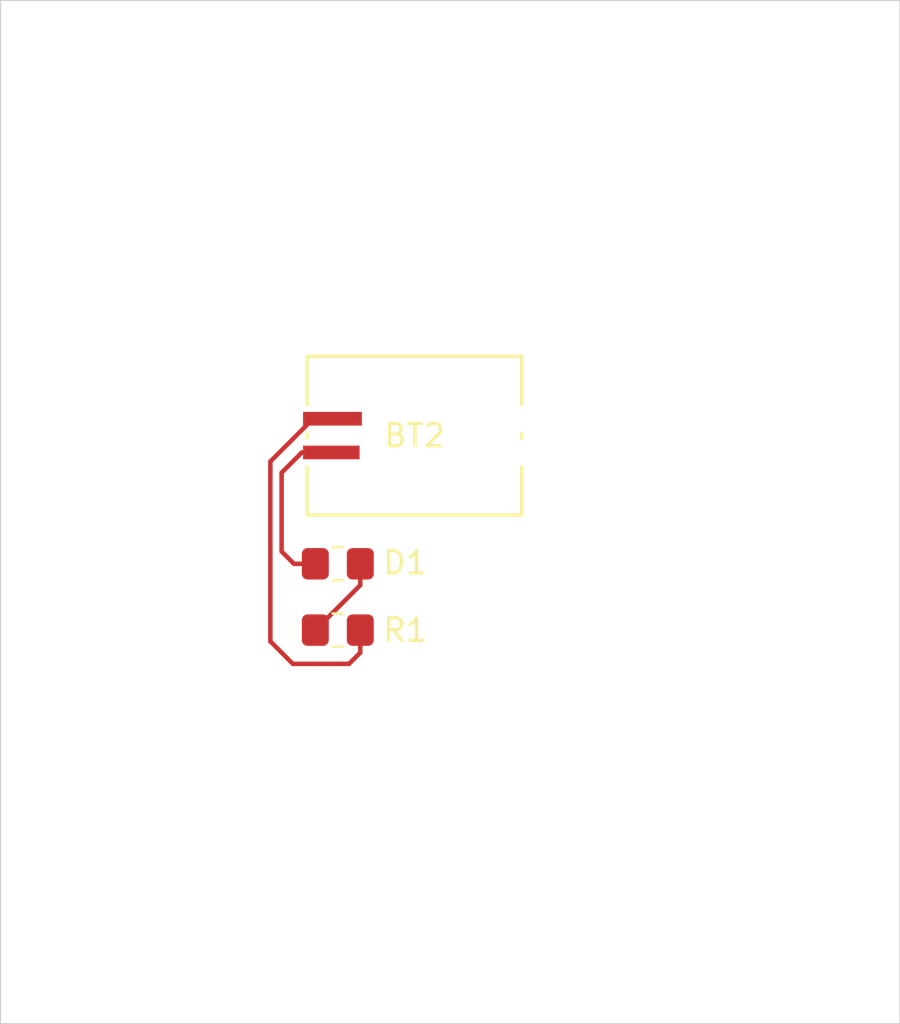
<source format=kicad_pcb>
(kicad_pcb (version 20240108) (generator "pcbnew") (generator_version "8.0")
  (title_block (title "First PCB") (date "2024-10-08") (rev "1.0"))
  (layers (0 "F.Cu" signal) (31 "B.Cu" signal) (34 "B.Paste" user) (35 "F.Paste" user) (36 "B.SilkS" user "B.Silkscreen") (37 "F.SilkS" user "F.Silkscreen") (38 "B.Mask" user) (39 "F.Mask" user) (44 "Edge.Cuts" user))
  (net 0 "")
  (net 1 "Net-(BT2--)")
  (net 2 "Net-(BT2-+)")
  (net 3 "Net-(D1-A)")
  (footprint "Resistor_SMD:R_0805_2012Metric_Pad1.20x1.40mm_HandSolder" (layer "F.Cu") (at 100 80.05)
    (property "Reference" "D1" (at 3 -0.05 0) (layer "F.SilkS"))
    (property "Value" "LED")
    (fp_line (start -0.227064 -0.735) (end 0.227064 -0.735) (stroke (width 0.12)) (layer "F.SilkS"))
    (fp_line (start -0.227064 0.735) (end 0.227064 0.735) (stroke (width 0.12)) (layer "F.SilkS"))
    (pad "1" smd roundrect (at -1 0) (size 1.2 1.4) (layers "F.Cu" "F.Paste" "F.Mask") (roundrect_rratio 0.208333) (net 1 "Net-(BT2--)"))
    (pad "2" smd roundrect (at 1 0) (size 1.2 1.4) (layers "F.Cu" "F.Paste" "F.Mask") (roundrect_rratio 0.208333) (net 3 "Net-(D1-A)"))
  )
  (footprint "Resistor_SMD:R_0805_2012Metric_Pad1.20x1.40mm_HandSolder" (layer "F.Cu") (at 100 83)
    (property "Reference" "R1" (at 3 0 0) (layer "F.SilkS"))
    (property "Value" "R")
    (fp_line (start -0.227064 -0.735) (end 0.227064 -0.735) (stroke (width 0.12)) (layer "F.SilkS"))
    (fp_line (start -0.227064 0.735) (end 0.227064 0.735) (stroke (width 0.12)) (layer "F.SilkS"))
    (pad "1" smd roundrect (at -1 0) (size 1.2 1.4) (layers "F.Cu" "F.Paste" "F.Mask") (roundrect_rratio 0.208333) (net 3 "Net-(D1-A)"))
    (pad "2" smd roundrect (at 1 0) (size 1.2 1.4) (layers "F.Cu" "F.Paste" "F.Mask") (roundrect_rratio 0.208333) (net 2 "Net-(BT2-+)"))
  )
  (footprint "FS_3_Global_Footprint_Library:MS621FE-FL11E_SEC" (layer "F.Cu") (at 103.4082 74.3488)
    (property "Reference" "BT2" (at 0 0 0) (layer "F.SilkS"))
    (property "Value" "Battery_Cell")
    (fp_line (start -4.7752 -3.5306) (end -4.7752 -1.387541) (stroke (width 0.1524)) (layer "F.SilkS"))
    (fp_line (start -4.7752 -0.112461) (end -4.7752 0.112461) (stroke (width 0.1524)) (layer "F.SilkS"))
    (fp_line (start -4.7752 1.387541) (end -4.7752 3.5306) (stroke (width 0.1524)) (layer "F.SilkS"))
    (fp_line (start -4.7752 3.5306) (end 4.7752 3.5306) (stroke (width 0.1524)) (layer "F.SilkS"))
    (fp_line (start 4.7752 -3.5306) (end -4.7752 -3.5306) (stroke (width 0.1524)) (layer "F.SilkS"))
    (fp_line (start 4.7752 -1.387541) (end 4.7752 -3.5306) (stroke (width 0.1524)) (layer "F.SilkS"))
    (fp_line (start 4.7752 0.112461) (end 4.7752 -0.112461) (stroke (width 0.1524)) (layer "F.SilkS"))
    (fp_line (start 4.7752 3.5306) (end 4.7752 1.387541) (stroke (width 0.1524)) (layer "F.SilkS"))
    (pad "1" smd rect (at -3.6449 -0.750001) (size 2.6162 0.6096) (layers "F.Cu" "F.Paste" "F.Mask") (net 2 "Net-(BT2-+)"))
    (pad "2" smd rect (at -3.6957 0.750001) (size 2.5146 0.6096) (layers "F.Cu" "F.Paste" "F.Mask") (net 1 "Net-(BT2--)"))
  )
  (gr_rect (start 85 55) (end 125 100.5) (stroke (width 0.05)) (fill none) (layer "Edge.Cuts"))
  (segment (start 98.05 80.05) (end 97.5 79.5) (width 0.2) (layer "F.Cu") (net 1))
  (segment (start 97.5 76) (end 98.401199 75.098801) (width 0.2) (layer "F.Cu") (net 1))
  (segment (start 98.401199 75.098801) (end 99.7125 75.098801) (width 0.2) (layer "F.Cu") (net 1))
  (segment (start 99 80.05) (end 98.05 80.05) (width 0.2) (layer "F.Cu") (net 1))
  (segment (start 97.5 79.5) (end 97.5 76) (width 0.2) (layer "F.Cu") (net 1))
  (segment (start 97 83.5) (end 97 75.5) (width 0.2) (layer "F.Cu") (net 2))
  (segment (start 101 83) (end 101 84) (width 0.2) (layer "F.Cu") (net 2))
  (segment (start 98 84.5) (end 97 83.5) (width 0.2) (layer "F.Cu") (net 2))
  (segment (start 98.901201 73.598799) (end 99.7633 73.598799) (width 0.2) (layer "F.Cu") (net 2))
  (segment (start 100.5 84.5) (end 98 84.5) (width 0.2) (layer "F.Cu") (net 2))
  (segment (start 97 75.5) (end 98.901201 73.598799) (width 0.2) (layer "F.Cu") (net 2))
  (segment (start 101 84) (end 100.5 84.5) (width 0.2) (layer "F.Cu") (net 2))
  (segment (start 101 81) (end 99 83) (width 0.2) (layer "F.Cu") (net 3))
  (segment (start 101 80.05) (end 101 81) (width 0.2) (layer "F.Cu") (net 3))
)
</source>
